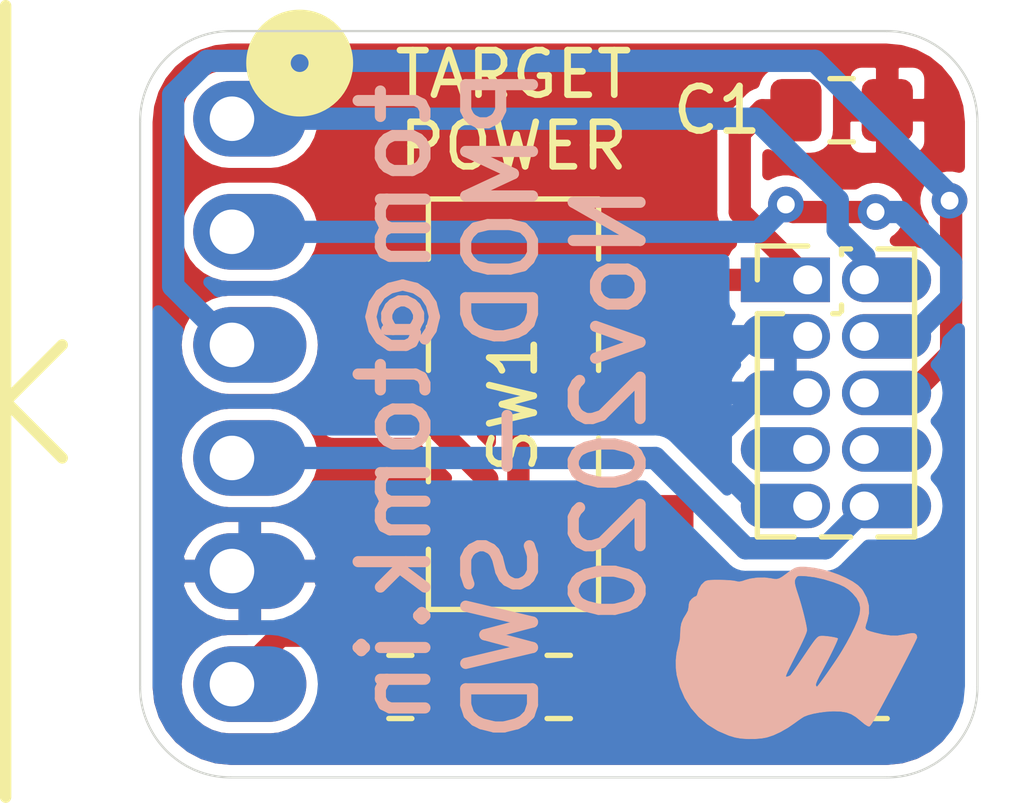
<source format=kicad_pcb>
(kicad_pcb (version 20171130) (host pcbnew 5.1.7-a382d34a8~87~ubuntu20.04.1)

  (general
    (thickness 1.6)
    (drawings 10)
    (tracks 68)
    (zones 0)
    (modules 9)
    (nets 16)
  )

  (page A4)
  (layers
    (0 F.Cu signal)
    (31 B.Cu signal)
    (32 B.Adhes user)
    (33 F.Adhes user)
    (34 B.Paste user)
    (35 F.Paste user)
    (36 B.SilkS user)
    (37 F.SilkS user)
    (38 B.Mask user)
    (39 F.Mask user)
    (40 Dwgs.User user)
    (41 Cmts.User user)
    (42 Eco1.User user)
    (43 Eco2.User user)
    (44 Edge.Cuts user)
    (45 Margin user)
    (46 B.CrtYd user)
    (47 F.CrtYd user)
    (48 B.Fab user)
    (49 F.Fab user)
  )

  (setup
    (last_trace_width 0.5)
    (user_trace_width 0.5)
    (trace_clearance 0.2)
    (zone_clearance 0.508)
    (zone_45_only no)
    (trace_min 0.2)
    (via_size 0.8)
    (via_drill 0.4)
    (via_min_size 0.4)
    (via_min_drill 0.3)
    (uvia_size 0.3)
    (uvia_drill 0.1)
    (uvias_allowed no)
    (uvia_min_size 0.2)
    (uvia_min_drill 0.1)
    (edge_width 0.05)
    (segment_width 0.2)
    (pcb_text_width 0.3)
    (pcb_text_size 1.5 1.5)
    (mod_edge_width 0.12)
    (mod_text_size 1 1)
    (mod_text_width 0.15)
    (pad_size 1.524 1.524)
    (pad_drill 0.762)
    (pad_to_mask_clearance 0)
    (aux_axis_origin 0 0)
    (visible_elements FFFDFF7F)
    (pcbplotparams
      (layerselection 0x010fc_ffffffff)
      (usegerberextensions false)
      (usegerberattributes true)
      (usegerberadvancedattributes true)
      (creategerberjobfile true)
      (excludeedgelayer true)
      (linewidth 0.100000)
      (plotframeref false)
      (viasonmask false)
      (mode 1)
      (useauxorigin false)
      (hpglpennumber 1)
      (hpglpenspeed 20)
      (hpglpendiameter 15.000000)
      (psnegative false)
      (psa4output false)
      (plotreference true)
      (plotvalue true)
      (plotinvisibletext false)
      (padsonsilk false)
      (subtractmaskfromsilk false)
      (outputformat 1)
      (mirror false)
      (drillshape 1)
      (scaleselection 1)
      (outputdirectory ""))
  )

  (net 0 "")
  (net 1 GND)
  (net 2 +3V3)
  (net 3 "Net-(D1-Pad1)")
  (net 4 VCC)
  (net 5 "Net-(D2-Pad1)")
  (net 6 !RESET)
  (net 7 SWO)
  (net 8 SWDCLK)
  (net 9 SWDIO)
  (net 10 "Net-(J2-Pad8)")
  (net 11 "Net-(J2-Pad7)")
  (net 12 "Net-(SW1-Pad1)")
  (net 13 "Net-(SW1-Pad6)")
  (net 14 "Net-(SW1-Pad5)")
  (net 15 "Net-(SW1-Pad4)")

  (net_class Default "This is the default net class."
    (clearance 0.2)
    (trace_width 0.25)
    (via_dia 0.8)
    (via_drill 0.4)
    (uvia_dia 0.3)
    (uvia_drill 0.1)
    (add_net !RESET)
    (add_net +3V3)
    (add_net GND)
    (add_net "Net-(D1-Pad1)")
    (add_net "Net-(D2-Pad1)")
    (add_net "Net-(J2-Pad7)")
    (add_net "Net-(J2-Pad8)")
    (add_net "Net-(SW1-Pad1)")
    (add_net "Net-(SW1-Pad4)")
    (add_net "Net-(SW1-Pad5)")
    (add_net "Net-(SW1-Pad6)")
    (add_net SWDCLK)
    (add_net SWDIO)
    (add_net SWO)
    (add_net VCC)
  )

  (module tom-mechanical:mask (layer B.Cu) (tedit 0) (tstamp 5FBB1A77)
    (at 155.194 83.82 270)
    (fp_text reference G*** (at 0 0 270) (layer B.SilkS) hide
      (effects (font (size 1.524 1.524) (thickness 0.3)) (justify mirror))
    )
    (fp_text value LOGO (at 0.75 0 270) (layer B.SilkS) hide
      (effects (font (size 1.524 1.524) (thickness 0.3)) (justify mirror))
    )
    (fp_poly (pts (xy 0.339584 2.701722) (xy 0.498137 2.682104) (xy 0.763936 2.611067) (xy 1.010323 2.503749)
      (xy 1.234482 2.362782) (xy 1.433597 2.1908) (xy 1.604855 1.990436) (xy 1.745439 1.764321)
      (xy 1.852535 1.515089) (xy 1.89428 1.37636) (xy 1.917264 1.246884) (xy 1.92824 1.092992)
      (xy 1.927218 0.930861) (xy 1.914208 0.776669) (xy 1.893882 0.664552) (xy 1.845399 0.517626)
      (xy 1.77024 0.354999) (xy 1.674267 0.188051) (xy 1.571848 0.039389) (xy 1.516243 -0.036752)
      (xy 1.467209 -0.107853) (xy 1.433144 -0.161616) (xy 1.426953 -0.172809) (xy 1.392081 -0.261348)
      (xy 1.360532 -0.380633) (xy 1.334384 -0.519094) (xy 1.315712 -0.665159) (xy 1.306593 -0.80726)
      (xy 1.306031 -0.846667) (xy 1.311688 -1.000001) (xy 1.332005 -1.124543) (xy 1.371462 -1.232589)
      (xy 1.434539 -1.336438) (xy 1.524902 -1.447471) (xy 1.597249 -1.535149) (xy 1.637948 -1.599286)
      (xy 1.646875 -1.635186) (xy 1.636971 -1.649682) (xy 1.608922 -1.672327) (xy 1.56033 -1.704486)
      (xy 1.488797 -1.747523) (xy 1.391924 -1.802805) (xy 1.267311 -1.871695) (xy 1.112561 -1.955558)
      (xy 0.925274 -2.05576) (xy 0.703051 -2.173665) (xy 0.66675 -2.192859) (xy 0.478269 -2.292069)
      (xy 0.30016 -2.385023) (xy 0.136096 -2.46986) (xy -0.010254 -2.544719) (xy -0.135218 -2.60774)
      (xy -0.235126 -2.65706) (xy -0.306305 -2.69082) (xy -0.345085 -2.707158) (xy -0.350308 -2.708416)
      (xy -0.398512 -2.697482) (xy -0.4191 -2.683933) (xy -0.437363 -2.65386) (xy -0.442857 -2.607672)
      (xy -0.435339 -2.53772) (xy -0.414564 -2.436353) (xy -0.410674 -2.419605) (xy -0.388109 -2.271749)
      (xy -0.388997 -2.113429) (xy -0.413896 -1.936382) (xy -0.455135 -1.762125) (xy -0.483535 -1.659812)
      (xy -0.50772 -1.593234) (xy -0.535367 -1.557498) (xy -0.574155 -1.547711) (xy -0.631759 -1.55898)
      (xy -0.715857 -1.58641) (xy -0.725626 -1.589721) (xy -0.898583 -1.626983) (xy -1.070695 -1.622653)
      (xy -1.238279 -1.577377) (xy -1.397655 -1.491802) (xy -1.434346 -1.465285) (xy -1.519251 -1.381058)
      (xy -1.603198 -1.26184) (xy -1.683384 -1.114931) (xy -1.757007 -0.947633) (xy -1.821265 -0.767247)
      (xy -1.873355 -0.581074) (xy -1.910474 -0.396416) (xy -1.929821 -0.220574) (xy -1.931765 -0.169333)
      (xy -1.931675 -0.08797) (xy -1.929742 -0.069613) (xy -1.734827 -0.069613) (xy -1.734342 -0.128239)
      (xy -1.729038 -0.219386) (xy -1.728985 -0.220201) (xy -1.705014 -0.411058) (xy -1.658526 -0.620431)
      (xy -1.593208 -0.833587) (xy -1.541344 -0.969746) (xy -1.489048 -1.079702) (xy -1.427563 -1.170875)
      (xy -1.34551 -1.261362) (xy -1.233833 -1.357203) (xy -1.123371 -1.415399) (xy -1.007097 -1.437229)
      (xy -0.877984 -1.423971) (xy -0.729007 -1.376903) (xy -0.723193 -1.374598) (xy -0.571711 -1.30838)
      (xy -0.399304 -1.22335) (xy -0.218774 -1.126278) (xy -0.042921 -1.023936) (xy 0.053939 -0.963513)
      (xy 0.147752 -0.902118) (xy 0.251174 -0.832572) (xy 0.358442 -0.758963) (xy 0.463792 -0.685382)
      (xy 0.561463 -0.615918) (xy 0.645691 -0.55466) (xy 0.710713 -0.505697) (xy 0.750766 -0.473119)
      (xy 0.760965 -0.461801) (xy 0.744612 -0.444457) (xy 0.722262 -0.43474) (xy 0.684681 -0.440101)
      (xy 0.612487 -0.468768) (xy 0.506243 -0.52049) (xy 0.378303 -0.58855) (xy 0.25714 -0.653634)
      (xy 0.133683 -0.717832) (xy 0.013795 -0.778321) (xy -0.096666 -0.832278) (xy -0.191838 -0.876881)
      (xy -0.265861 -0.909309) (xy -0.312875 -0.926737) (xy -0.32694 -0.92821) (xy -0.338405 -0.898305)
      (xy -0.351596 -0.839209) (xy -0.364407 -0.763893) (xy -0.374731 -0.685326) (xy -0.380464 -0.616477)
      (xy -0.381 -0.595314) (xy -0.38077 -0.558971) (xy -0.377512 -0.52852) (xy -0.367373 -0.500388)
      (xy -0.346501 -0.470997) (xy -0.311042 -0.436772) (xy -0.257143 -0.394137) (xy -0.180953 -0.339517)
      (xy -0.078619 -0.269336) (xy 0.053713 -0.180018) (xy 0.100183 -0.148724) (xy 0.213893 -0.071643)
      (xy 0.316043 -0.001461) (xy 0.401269 0.058061) (xy 0.464208 0.103161) (xy 0.499493 0.130076)
      (xy 0.504723 0.134983) (xy 0.523731 0.172989) (xy 0.536263 0.213088) (xy 0.537879 0.228243)
      (xy 0.531336 0.236091) (xy 0.512587 0.23498) (xy 0.477584 0.223259) (xy 0.422281 0.199275)
      (xy 0.34263 0.161377) (xy 0.234583 0.107914) (xy 0.094094 0.037233) (xy 0.047057 0.013457)
      (xy -0.128163 -0.074055) (xy -0.268685 -0.14171) (xy -0.376675 -0.190463) (xy -0.454301 -0.221271)
      (xy -0.503726 -0.235091) (xy -0.517759 -0.235995) (xy -0.589766 -0.226058) (xy -0.692617 -0.205524)
      (xy -0.816854 -0.176759) (xy -0.953022 -0.142131) (xy -1.091663 -0.104004) (xy -1.223321 -0.064747)
      (xy -1.296915 -0.041005) (xy -1.4187 -0.001332) (xy -1.50828 0.024397) (xy -1.573094 0.037093)
      (xy -1.620577 0.037668) (xy -1.658168 0.027033) (xy -1.69154 0.007341) (xy -1.715009 -0.011443)
      (xy -1.728911 -0.033887) (xy -1.734827 -0.069613) (xy -1.929742 -0.069613) (xy -1.925014 -0.024735)
      (xy -1.90747 0.031295) (xy -1.87473 0.091041) (xy -1.822481 0.165424) (xy -1.7746 0.228641)
      (xy -1.712335 0.314038) (xy -1.674948 0.379577) (xy -1.65876 0.436652) (xy -1.660091 0.496658)
      (xy -1.670509 0.551025) (xy -1.691629 0.706429) (xy -1.690029 0.875152) (xy -1.666701 1.038101)
      (xy -1.6404 1.131749) (xy -1.613539 1.213059) (xy -1.601294 1.26975) (xy -1.601972 1.316267)
      (xy -1.613161 1.364582) (xy -1.622793 1.418665) (xy -1.630889 1.503618) (xy -1.636622 1.60798)
      (xy -1.639165 1.720293) (xy -1.63919 1.725083) (xy -1.63888 1.842585) (xy -1.636098 1.926035)
      (xy -1.629901 1.983686) (xy -1.619349 2.023792) (xy -1.603498 2.054605) (xy -1.601185 2.058086)
      (xy -1.527602 2.133386) (xy -1.427931 2.189423) (xy -1.349375 2.212495) (xy -1.29293 2.230701)
      (xy -1.270131 2.256065) (xy -1.27 2.258234) (xy -1.255963 2.291892) (xy -1.220993 2.337585)
      (xy -1.208128 2.351128) (xy -1.153848 2.394213) (xy -1.093913 2.41129) (xy -1.054292 2.413)
      (xy -0.952927 2.430231) (xy -0.882158 2.467477) (xy -0.769145 2.536317) (xy -0.666253 2.578214)
      (xy -0.556316 2.598589) (xy -0.453105 2.603035) (xy -0.299272 2.613069) (xy -0.168151 2.643797)
      (xy -0.156772 2.647715) (xy -0.009145 2.684881) (xy 0.161419 2.703152) (xy 0.339584 2.701722)) (layer B.SilkS) (width 0.01))
  )

  (module tom-mechanical:SW_DPDT_SMD (layer F.Cu) (tedit 5FBAF509) (tstamp 5FBB0F47)
    (at 148.844 78.232 90)
    (descr "Sub-miniature slide switch, vertical, SMT J bend https://dznh3ojzb2azq.cloudfront.net/products/Slide/JS/documents/datasheet.pdf")
    (tags "switch DPDT SMT")
    (path /5FBDEFFC)
    (attr smd)
    (fp_text reference SW1 (at 0 0 90) (layer F.SilkS)
      (effects (font (size 1 1) (thickness 0.15)))
    )
    (fp_text value SW_DPDT_x2 (at 0 3.15 90) (layer F.Fab)
      (effects (font (size 1 1) (thickness 0.15)))
    )
    (fp_text user %R (at 0 -3.05 90) (layer F.Fab)
      (effects (font (size 1 1) (thickness 0.15)))
    )
    (fp_line (start -4.5 -1.8) (end 4.5 -1.8) (layer F.Fab) (width 0.1))
    (fp_line (start 4.5 -1.8) (end 4.5 1.8) (layer F.Fab) (width 0.1))
    (fp_line (start 4.5 1.8) (end -4.5 1.8) (layer F.Fab) (width 0.1))
    (fp_line (start -4.5 1.8) (end -4.5 -1.8) (layer F.Fab) (width 0.1))
    (fp_line (start 4.61 -1.91) (end 4.61 1.91) (layer F.SilkS) (width 0.12))
    (fp_line (start -3.26 -1.91) (end -4.61 -1.91) (layer F.SilkS) (width 0.12))
    (fp_line (start -4.61 -1.91) (end -4.61 1.91) (layer F.SilkS) (width 0.12))
    (fp_line (start -4.61 1.91) (end -3.26 1.91) (layer F.SilkS) (width 0.12))
    (fp_line (start -0.76 -1.91) (end -1.74 -1.91) (layer F.SilkS) (width 0.12))
    (fp_line (start 4.61 -1.91) (end 3.26 -1.91) (layer F.SilkS) (width 0.12))
    (fp_line (start 4.61 1.91) (end 3.26 1.91) (layer F.SilkS) (width 0.12))
    (fp_line (start 1.74 -1.91) (end 0.76 -1.91) (layer F.SilkS) (width 0.12))
    (fp_line (start -0.76 1.91) (end -1.74 1.91) (layer F.SilkS) (width 0.12))
    (fp_line (start 1.74 1.91) (end 0.76 1.91) (layer F.SilkS) (width 0.12))
    (fp_line (start -1.75 -0.75) (end 1.75 -0.75) (layer F.Fab) (width 0.1))
    (fp_line (start 1.75 -0.75) (end 1.75 0.75) (layer F.Fab) (width 0.1))
    (fp_line (start 1.75 0.75) (end -1.75 0.75) (layer F.Fab) (width 0.1))
    (fp_line (start -1.75 -0.75) (end -1.75 0.75) (layer F.Fab) (width 0.1))
    (fp_line (start -0.25 -0.75) (end -0.25 0.75) (layer F.Fab) (width 0.1))
    (fp_line (start -5.08 0) (end -5.08 -2.286) (layer F.CrtYd) (width 0.12))
    (fp_line (start -5.08 -2.286) (end -3.556 -2.286) (layer F.CrtYd) (width 0.12))
    (fp_line (start -3.556 -2.286) (end -3.556 -4.064) (layer F.CrtYd) (width 0.12))
    (fp_line (start -3.556 -4.064) (end 3.556 -4.064) (layer F.CrtYd) (width 0.12))
    (fp_line (start 3.556 -4.064) (end 3.556 -2.286) (layer F.CrtYd) (width 0.12))
    (fp_line (start 3.556 -2.286) (end 5.08 -2.286) (layer F.CrtYd) (width 0.12))
    (fp_line (start 5.08 -2.286) (end 5.08 2.286) (layer F.CrtYd) (width 0.12))
    (fp_line (start 5.08 2.286) (end 3.556 2.286) (layer F.CrtYd) (width 0.12))
    (fp_line (start 3.556 2.286) (end 3.556 4.064) (layer F.CrtYd) (width 0.12))
    (fp_line (start 3.556 4.064) (end -3.556 4.064) (layer F.CrtYd) (width 0.12))
    (fp_line (start -3.556 4.064) (end -3.556 2.286) (layer F.CrtYd) (width 0.12))
    (fp_line (start -3.556 2.286) (end -5.08 2.286) (layer F.CrtYd) (width 0.12))
    (fp_line (start -5.08 2.286) (end -5.08 0) (layer F.CrtYd) (width 0.12))
    (pad 3 smd rect (at 2.55 -2.54 90) (size 1 3) (layers F.Cu F.Paste F.Mask)
      (net 4 VCC))
    (pad 2 smd rect (at 0 -2.54 90) (size 1 3) (layers F.Cu F.Paste F.Mask)
      (net 2 +3V3))
    (pad 1 smd rect (at -2.54 -2.54 90) (size 1 3) (layers F.Cu F.Paste F.Mask)
      (net 12 "Net-(SW1-Pad1)"))
    (pad 6 smd rect (at 2.54 2.54 90) (size 1 3) (layers F.Cu F.Paste F.Mask)
      (net 13 "Net-(SW1-Pad6)"))
    (pad 5 smd rect (at 0 2.54 90) (size 1 3) (layers F.Cu F.Paste F.Mask)
      (net 14 "Net-(SW1-Pad5)"))
    (pad 4 smd rect (at -2.54 2.54 90) (size 1 3) (layers F.Cu F.Paste F.Mask)
      (net 15 "Net-(SW1-Pad4)"))
    (model ${KISYS3DMOD}/Button_Switch_SMD.3dshapes/SW_DPDT_CK_JS202011JCQN.wrl
      (at (xyz 0 0 0))
      (scale (xyz 1 1 1))
      (rotate (xyz 0 0 0))
    )
  )

  (module tom-passives:R_0805_2012Metric (layer F.Cu) (tedit 5B36C52B) (tstamp 5FBAFF0D)
    (at 153.416 84.582 180)
    (descr "Resistor SMD 0805 (2012 Metric), square (rectangular) end terminal, IPC_7351 nominal, (Body size source: https://docs.google.com/spreadsheets/d/1BsfQQcO9C6DZCsRaXUlFlo91Tg2WpOkGARC1WS5S8t0/edit?usp=sharing), generated with kicad-footprint-generator")
    (tags resistor)
    (path /5FBC51F9)
    (attr smd)
    (fp_text reference R2 (at 0 -1.65) (layer F.SilkS) hide
      (effects (font (size 1 1) (thickness 0.15)))
    )
    (fp_text value 1k (at 0 1.65) (layer F.Fab) hide
      (effects (font (size 1 1) (thickness 0.15)))
    )
    (fp_text user %R (at 0 0) (layer F.Fab) hide
      (effects (font (size 0.5 0.5) (thickness 0.08)))
    )
    (fp_line (start 1.68 0.95) (end -1.68 0.95) (layer F.CrtYd) (width 0.05))
    (fp_line (start 1.68 -0.95) (end 1.68 0.95) (layer F.CrtYd) (width 0.05))
    (fp_line (start -1.68 -0.95) (end 1.68 -0.95) (layer F.CrtYd) (width 0.05))
    (fp_line (start -1.68 0.95) (end -1.68 -0.95) (layer F.CrtYd) (width 0.05))
    (fp_line (start -0.258578 0.71) (end 0.258578 0.71) (layer F.SilkS) (width 0.12))
    (fp_line (start -0.258578 -0.71) (end 0.258578 -0.71) (layer F.SilkS) (width 0.12))
    (fp_line (start 1 0.6) (end -1 0.6) (layer F.Fab) (width 0.1))
    (fp_line (start 1 -0.6) (end 1 0.6) (layer F.Fab) (width 0.1))
    (fp_line (start -1 -0.6) (end 1 -0.6) (layer F.Fab) (width 0.1))
    (fp_line (start -1 0.6) (end -1 -0.6) (layer F.Fab) (width 0.1))
    (pad 2 smd roundrect (at 0.9375 0 180) (size 0.975 1.4) (layers F.Cu F.Paste F.Mask) (roundrect_rratio 0.25)
      (net 1 GND))
    (pad 1 smd roundrect (at -0.9375 0 180) (size 0.975 1.4) (layers F.Cu F.Paste F.Mask) (roundrect_rratio 0.25)
      (net 5 "Net-(D2-Pad1)"))
    (model ${KISYS3DMOD}/Resistor_SMD.3dshapes/R_0805_2012Metric.wrl
      (at (xyz 0 0 0))
      (scale (xyz 1 1 1))
      (rotate (xyz 0 0 0))
    )
  )

  (module tom-passives:R_0805_2012Metric (layer F.Cu) (tedit 5B36C52B) (tstamp 5FBAFEFC)
    (at 146.304 84.582 180)
    (descr "Resistor SMD 0805 (2012 Metric), square (rectangular) end terminal, IPC_7351 nominal, (Body size source: https://docs.google.com/spreadsheets/d/1BsfQQcO9C6DZCsRaXUlFlo91Tg2WpOkGARC1WS5S8t0/edit?usp=sharing), generated with kicad-footprint-generator")
    (tags resistor)
    (path /5FBB12ED)
    (attr smd)
    (fp_text reference R1 (at 0 -1.65) (layer F.SilkS) hide
      (effects (font (size 1 1) (thickness 0.15)))
    )
    (fp_text value 1k (at 0 1.65) (layer F.Fab) hide
      (effects (font (size 1 1) (thickness 0.15)))
    )
    (fp_text user %R (at 0 0) (layer F.Fab) hide
      (effects (font (size 0.5 0.5) (thickness 0.08)))
    )
    (fp_line (start 1.68 0.95) (end -1.68 0.95) (layer F.CrtYd) (width 0.05))
    (fp_line (start 1.68 -0.95) (end 1.68 0.95) (layer F.CrtYd) (width 0.05))
    (fp_line (start -1.68 -0.95) (end 1.68 -0.95) (layer F.CrtYd) (width 0.05))
    (fp_line (start -1.68 0.95) (end -1.68 -0.95) (layer F.CrtYd) (width 0.05))
    (fp_line (start -0.258578 0.71) (end 0.258578 0.71) (layer F.SilkS) (width 0.12))
    (fp_line (start -0.258578 -0.71) (end 0.258578 -0.71) (layer F.SilkS) (width 0.12))
    (fp_line (start 1 0.6) (end -1 0.6) (layer F.Fab) (width 0.1))
    (fp_line (start 1 -0.6) (end 1 0.6) (layer F.Fab) (width 0.1))
    (fp_line (start -1 -0.6) (end 1 -0.6) (layer F.Fab) (width 0.1))
    (fp_line (start -1 0.6) (end -1 -0.6) (layer F.Fab) (width 0.1))
    (pad 2 smd roundrect (at 0.9375 0 180) (size 0.975 1.4) (layers F.Cu F.Paste F.Mask) (roundrect_rratio 0.25)
      (net 1 GND))
    (pad 1 smd roundrect (at -0.9375 0 180) (size 0.975 1.4) (layers F.Cu F.Paste F.Mask) (roundrect_rratio 0.25)
      (net 3 "Net-(D1-Pad1)"))
    (model ${KISYS3DMOD}/Resistor_SMD.3dshapes/R_0805_2012Metric.wrl
      (at (xyz 0 0 0))
      (scale (xyz 1 1 1))
      (rotate (xyz 0 0 0))
    )
  )

  (module tom-connectors:PinHeader_2x05_P1.27mm_Vertical (layer F.Cu) (tedit 5FBAF1C4) (tstamp 5FBB1051)
    (at 155.448 75.438)
    (descr "Through hole straight pin header, 2x05, 1.27mm pitch, double rows")
    (tags "Through hole pin header THT 2x05 1.27mm double row")
    (path /5FBC1734)
    (fp_text reference J2 (at 0.635 -1.695) (layer F.SilkS) hide
      (effects (font (size 1 1) (thickness 0.15)))
    )
    (fp_text value SWD (at 0.635 6.775) (layer F.Fab) hide
      (effects (font (size 1 1) (thickness 0.15)))
    )
    (fp_text user %R (at 0.635 2.54 90) (layer F.Fab) hide
      (effects (font (size 1 1) (thickness 0.15)))
    )
    (fp_line (start -0.2175 -0.635) (end 2.34 -0.635) (layer F.Fab) (width 0.1))
    (fp_line (start 2.34 -0.635) (end 2.34 5.715) (layer F.Fab) (width 0.1))
    (fp_line (start 2.34 5.715) (end -1.07 5.715) (layer F.Fab) (width 0.1))
    (fp_line (start -1.07 5.715) (end -1.07 0.2175) (layer F.Fab) (width 0.1))
    (fp_line (start -1.07 0.2175) (end -0.2175 -0.635) (layer F.Fab) (width 0.1))
    (fp_line (start -1.13 5.775) (end -0.30753 5.775) (layer F.SilkS) (width 0.12))
    (fp_line (start 1.57753 5.775) (end 2.4 5.775) (layer F.SilkS) (width 0.12))
    (fp_line (start 0.30753 5.775) (end 0.96247 5.775) (layer F.SilkS) (width 0.12))
    (fp_line (start -1.13 0.76) (end -1.13 5.775) (layer F.SilkS) (width 0.12))
    (fp_line (start 2.4 -0.695) (end 2.4 5.775) (layer F.SilkS) (width 0.12))
    (fp_line (start -1.13 0.76) (end -0.563471 0.76) (layer F.SilkS) (width 0.12))
    (fp_line (start 0.563471 0.76) (end 0.706529 0.76) (layer F.SilkS) (width 0.12))
    (fp_line (start 0.76 0.706529) (end 0.76 0.563471) (layer F.SilkS) (width 0.12))
    (fp_line (start 0.76 -0.563471) (end 0.76 -0.695) (layer F.SilkS) (width 0.12))
    (fp_line (start 0.76 -0.695) (end 0.96247 -0.695) (layer F.SilkS) (width 0.12))
    (fp_line (start 1.57753 -0.695) (end 2.4 -0.695) (layer F.SilkS) (width 0.12))
    (fp_line (start -1.13 0) (end -1.13 -0.76) (layer F.SilkS) (width 0.12))
    (fp_line (start -1.13 -0.76) (end 0 -0.76) (layer F.SilkS) (width 0.12))
    (fp_line (start -1.6 -1.15) (end -1.6 6.25) (layer F.CrtYd) (width 0.05))
    (fp_line (start -1.6 6.25) (end 2.85 6.25) (layer F.CrtYd) (width 0.05))
    (fp_line (start 2.85 6.25) (end 2.85 -1.15) (layer F.CrtYd) (width 0.05))
    (fp_line (start 2.85 -1.15) (end -1.6 -1.15) (layer F.CrtYd) (width 0.05))
    (pad 10 thru_hole oval (at 1.27 5.08) (size 2 1) (drill 0.65 (offset 0.5 0)) (layers *.Cu *.Mask)
      (net 6 !RESET))
    (pad 9 thru_hole oval (at 0 5.08) (size 2 1) (drill 0.65 (offset -0.5 0)) (layers *.Cu *.Mask)
      (net 1 GND))
    (pad 8 thru_hole oval (at 1.27 3.81) (size 2 1) (drill 0.65 (offset 0.5 0)) (layers *.Cu *.Mask)
      (net 10 "Net-(J2-Pad8)"))
    (pad 7 thru_hole oval (at 0 3.81) (size 2 1) (drill 0.65 (offset -0.5 0)) (layers *.Cu *.Mask)
      (net 11 "Net-(J2-Pad7)"))
    (pad 6 thru_hole oval (at 1.27 2.54) (size 2 1) (drill 0.65 (offset 0.5 0)) (layers *.Cu *.Mask)
      (net 7 SWO))
    (pad 5 thru_hole oval (at 0 2.54) (size 2 1) (drill 0.65 (offset -0.5 0)) (layers *.Cu *.Mask)
      (net 1 GND))
    (pad 4 thru_hole oval (at 1.27 1.27) (size 2 1) (drill 0.65 (offset 0.5 0)) (layers *.Cu *.Mask)
      (net 8 SWDCLK))
    (pad 3 thru_hole oval (at 0 1.27) (size 2 1) (drill 0.65 (offset -0.5 0)) (layers *.Cu *.Mask)
      (net 1 GND))
    (pad 2 thru_hole oval (at 1.27 0) (size 2 1) (drill 0.65 (offset 0.5 0)) (layers *.Cu *.Mask)
      (net 9 SWDIO))
    (pad 1 thru_hole rect (at 0 0) (size 2 1) (drill 0.65 (offset -0.5 0)) (layers *.Cu *.Mask)
      (net 4 VCC))
    (model ${KISYS3DMOD}/Connector_PinHeader_1.27mm.3dshapes/PinHeader_2x05_P1.27mm_Vertical.wrl
      (at (xyz 0 0 0))
      (scale (xyz 1 1 1))
      (rotate (xyz 0 0 0))
    )
  )

  (module tom-connectors:PMOD_1X6_PTH_RA_PLUG (layer F.Cu) (tedit 5D668F7F) (tstamp 5FBAFEC6)
    (at 143.794 78.169 270)
    (path /5FBAED58)
    (attr smd)
    (fp_text reference J1 (at 0 3 90) (layer F.SilkS) hide
      (effects (font (size 1 1) (thickness 0.15)))
    )
    (fp_text value PMOD (at -0.25 4.5 90) (layer F.SilkS) hide
      (effects (font (size 1 1) (thickness 0.15)))
    )
    (fp_circle (center -7.6 -0.25) (end -7.4 -0.25) (layer F.SilkS) (width 1))
    (fp_line (start 0 6.35) (end -1.27 5.08) (layer F.SilkS) (width 0.254))
    (fp_line (start 1.27 5.08) (end 0 6.35) (layer F.SilkS) (width 0.254))
    (fp_line (start 0 6.35) (end -8.89 6.35) (layer F.SilkS) (width 0.254))
    (fp_line (start 8.89 6.35) (end 0 6.35) (layer F.SilkS) (width 0.254))
    (pad 6 thru_hole oval (at 6.35 1.27 180) (size 2.54 1.7) (drill 1 (offset -0.4 0)) (layers *.Cu *.Mask)
      (net 2 +3V3))
    (pad 5 thru_hole oval (at 3.81 1.27 180) (size 2.54 1.7) (drill 1 (offset -0.4 0)) (layers *.Cu *.Mask)
      (net 1 GND))
    (pad 4 thru_hole oval (at 1.27 1.27 180) (size 2.54 1.7) (drill 1 (offset -0.4 0)) (layers *.Cu *.Mask)
      (net 6 !RESET))
    (pad 3 thru_hole oval (at -1.27 1.27 180) (size 2.54 1.7) (drill 1 (offset -0.4 0)) (layers *.Cu *.Mask)
      (net 7 SWO))
    (pad 2 thru_hole oval (at -3.81 1.27 180) (size 2.54 1.7) (drill 1 (offset -0.4 0)) (layers *.Cu *.Mask)
      (net 8 SWDCLK))
    (pad 1 thru_hole oval (at -6.35 1.27 180) (size 2.54 1.7) (drill 1 (offset -0.4 0)) (layers *.Cu *.Mask)
      (net 9 SWDIO))
  )

  (module tom-passives:C_0805_2012Metric_Pad1.15x1.40mm_HandSolder (layer F.Cu) (tedit 5B36C52B) (tstamp 5FBAFEB7)
    (at 156.972 84.582)
    (descr "Capacitor SMD 0805 (2012 Metric), square (rectangular) end terminal, IPC_7351 nominal with elongated pad for handsoldering. (Body size source: https://docs.google.com/spreadsheets/d/1BsfQQcO9C6DZCsRaXUlFlo91Tg2WpOkGARC1WS5S8t0/edit?usp=sharing), generated with kicad-footprint-generator")
    (tags "capacitor handsolder")
    (path /5FBC50F9)
    (attr smd)
    (fp_text reference D2 (at 0 -1.65) (layer F.SilkS) hide
      (effects (font (size 1 1) (thickness 0.15)))
    )
    (fp_text value LED (at 0 1.65) (layer F.Fab) hide
      (effects (font (size 1 1) (thickness 0.15)))
    )
    (fp_text user %R (at 0 0) (layer F.Fab) hide
      (effects (font (size 0.5 0.5) (thickness 0.08)))
    )
    (fp_line (start -1 0.6) (end -1 -0.6) (layer F.Fab) (width 0.1))
    (fp_line (start -1 -0.6) (end 1 -0.6) (layer F.Fab) (width 0.1))
    (fp_line (start 1 -0.6) (end 1 0.6) (layer F.Fab) (width 0.1))
    (fp_line (start 1 0.6) (end -1 0.6) (layer F.Fab) (width 0.1))
    (fp_line (start -0.261252 -0.71) (end 0.261252 -0.71) (layer F.SilkS) (width 0.12))
    (fp_line (start -0.261252 0.71) (end 0.261252 0.71) (layer F.SilkS) (width 0.12))
    (fp_line (start -1.85 0.95) (end -1.85 -0.95) (layer F.CrtYd) (width 0.05))
    (fp_line (start -1.85 -0.95) (end 1.85 -0.95) (layer F.CrtYd) (width 0.05))
    (fp_line (start 1.85 -0.95) (end 1.85 0.95) (layer F.CrtYd) (width 0.05))
    (fp_line (start 1.85 0.95) (end -1.85 0.95) (layer F.CrtYd) (width 0.05))
    (pad 2 smd roundrect (at 1.025 0) (size 1.15 1.4) (layers F.Cu F.Paste F.Mask) (roundrect_rratio 0.217391)
      (net 4 VCC))
    (pad 1 smd roundrect (at -1.025 0) (size 1.15 1.4) (layers F.Cu F.Paste F.Mask) (roundrect_rratio 0.217391)
      (net 5 "Net-(D2-Pad1)"))
    (model ${KISYS3DMOD}/Capacitor_SMD.3dshapes/C_0805_2012Metric.wrl
      (at (xyz 0 0 0))
      (scale (xyz 1 1 1))
      (rotate (xyz 0 0 0))
    )
  )

  (module tom-passives:C_0805_2012Metric_Pad1.15x1.40mm_HandSolder (layer F.Cu) (tedit 5B36C52B) (tstamp 5FBAFEA6)
    (at 149.86 84.582)
    (descr "Capacitor SMD 0805 (2012 Metric), square (rectangular) end terminal, IPC_7351 nominal with elongated pad for handsoldering. (Body size source: https://docs.google.com/spreadsheets/d/1BsfQQcO9C6DZCsRaXUlFlo91Tg2WpOkGARC1WS5S8t0/edit?usp=sharing), generated with kicad-footprint-generator")
    (tags "capacitor handsolder")
    (path /5FBB0404)
    (attr smd)
    (fp_text reference D1 (at 0 1.524) (layer F.SilkS) hide
      (effects (font (size 1 1) (thickness 0.15)))
    )
    (fp_text value LED (at 0 1.65) (layer F.Fab) hide
      (effects (font (size 1 1) (thickness 0.15)))
    )
    (fp_text user %R (at 0 0) (layer F.Fab) hide
      (effects (font (size 0.5 0.5) (thickness 0.08)))
    )
    (fp_line (start -1 0.6) (end -1 -0.6) (layer F.Fab) (width 0.1))
    (fp_line (start -1 -0.6) (end 1 -0.6) (layer F.Fab) (width 0.1))
    (fp_line (start 1 -0.6) (end 1 0.6) (layer F.Fab) (width 0.1))
    (fp_line (start 1 0.6) (end -1 0.6) (layer F.Fab) (width 0.1))
    (fp_line (start -0.261252 -0.71) (end 0.261252 -0.71) (layer F.SilkS) (width 0.12))
    (fp_line (start -0.261252 0.71) (end 0.261252 0.71) (layer F.SilkS) (width 0.12))
    (fp_line (start -1.85 0.95) (end -1.85 -0.95) (layer F.CrtYd) (width 0.05))
    (fp_line (start -1.85 -0.95) (end 1.85 -0.95) (layer F.CrtYd) (width 0.05))
    (fp_line (start 1.85 -0.95) (end 1.85 0.95) (layer F.CrtYd) (width 0.05))
    (fp_line (start 1.85 0.95) (end -1.85 0.95) (layer F.CrtYd) (width 0.05))
    (pad 2 smd roundrect (at 1.025 0) (size 1.15 1.4) (layers F.Cu F.Paste F.Mask) (roundrect_rratio 0.217391)
      (net 2 +3V3))
    (pad 1 smd roundrect (at -1.025 0) (size 1.15 1.4) (layers F.Cu F.Paste F.Mask) (roundrect_rratio 0.217391)
      (net 3 "Net-(D1-Pad1)"))
    (model ${KISYS3DMOD}/Capacitor_SMD.3dshapes/C_0805_2012Metric.wrl
      (at (xyz 0 0 0))
      (scale (xyz 1 1 1))
      (rotate (xyz 0 0 0))
    )
  )

  (module tom-passives:C_0805_2012Metric_Pad1.15x1.40mm_HandSolder (layer F.Cu) (tedit 5B36C52B) (tstamp 5FBB13B8)
    (at 156.21 71.628)
    (descr "Capacitor SMD 0805 (2012 Metric), square (rectangular) end terminal, IPC_7351 nominal with elongated pad for handsoldering. (Body size source: https://docs.google.com/spreadsheets/d/1BsfQQcO9C6DZCsRaXUlFlo91Tg2WpOkGARC1WS5S8t0/edit?usp=sharing), generated with kicad-footprint-generator")
    (tags "capacitor handsolder")
    (path /5FBB2EA3)
    (attr smd)
    (fp_text reference C1 (at -2.794 0) (layer F.SilkS)
      (effects (font (size 1 1) (thickness 0.15)))
    )
    (fp_text value 10uF/6.3V (at 0 1.65) (layer F.Fab)
      (effects (font (size 1 1) (thickness 0.15)))
    )
    (fp_text user %R (at 0 0) (layer F.Fab)
      (effects (font (size 0.5 0.5) (thickness 0.08)))
    )
    (fp_line (start -1 0.6) (end -1 -0.6) (layer F.Fab) (width 0.1))
    (fp_line (start -1 -0.6) (end 1 -0.6) (layer F.Fab) (width 0.1))
    (fp_line (start 1 -0.6) (end 1 0.6) (layer F.Fab) (width 0.1))
    (fp_line (start 1 0.6) (end -1 0.6) (layer F.Fab) (width 0.1))
    (fp_line (start -0.261252 -0.71) (end 0.261252 -0.71) (layer F.SilkS) (width 0.12))
    (fp_line (start -0.261252 0.71) (end 0.261252 0.71) (layer F.SilkS) (width 0.12))
    (fp_line (start -1.85 0.95) (end -1.85 -0.95) (layer F.CrtYd) (width 0.05))
    (fp_line (start -1.85 -0.95) (end 1.85 -0.95) (layer F.CrtYd) (width 0.05))
    (fp_line (start 1.85 -0.95) (end 1.85 0.95) (layer F.CrtYd) (width 0.05))
    (fp_line (start 1.85 0.95) (end -1.85 0.95) (layer F.CrtYd) (width 0.05))
    (pad 2 smd roundrect (at 1.025 0) (size 1.15 1.4) (layers F.Cu F.Paste F.Mask) (roundrect_rratio 0.217391)
      (net 1 GND))
    (pad 1 smd roundrect (at -1.025 0) (size 1.15 1.4) (layers F.Cu F.Paste F.Mask) (roundrect_rratio 0.217391)
      (net 4 VCC))
    (model ${KISYS3DMOD}/Capacitor_SMD.3dshapes/C_0805_2012Metric.wrl
      (at (xyz 0 0 0))
      (scale (xyz 1 1 1))
      (rotate (xyz 0 0 0))
    )
  )

  (gr_text "tom@tomk.in\nPMOD - SWD\nNov2020" (at 148.59 78.232 90) (layer B.SilkS)
    (effects (font (size 1.5 1.5) (thickness 0.25)) (justify mirror))
  )
  (gr_text "TARGET\nPOWER" (at 148.844 71.628) (layer F.SilkS)
    (effects (font (size 1 1) (thickness 0.15)))
  )
  (gr_line (start 140.462 71.882) (end 140.462 84.582) (layer Edge.Cuts) (width 0.05) (tstamp 5FBB1320))
  (gr_line (start 157.226 86.614) (end 142.494 86.614) (layer Edge.Cuts) (width 0.05) (tstamp 5FBB1317))
  (gr_line (start 159.258 71.882) (end 159.258 84.582) (layer Edge.Cuts) (width 0.05) (tstamp 5FBB1316))
  (gr_line (start 142.494 69.85) (end 157.226 69.85) (layer Edge.Cuts) (width 0.05) (tstamp 5FBB1315))
  (gr_arc (start 157.226 84.582) (end 157.226 86.614) (angle -90) (layer Edge.Cuts) (width 0.05))
  (gr_arc (start 157.226 71.882) (end 159.258 71.882) (angle -90) (layer Edge.Cuts) (width 0.05))
  (gr_arc (start 142.494 84.582) (end 140.462 84.582) (angle -90) (layer Edge.Cuts) (width 0.05))
  (gr_arc (start 142.494 71.882) (end 142.494 69.85) (angle -90) (layer Edge.Cuts) (width 0.05))

  (segment (start 154.374483 77.978) (end 155.448 77.978) (width 0.5) (layer B.Cu) (net 1))
  (segment (start 153.49799 79.641507) (end 153.49799 78.854493) (width 0.5) (layer B.Cu) (net 1))
  (segment (start 154.374483 80.518) (end 153.49799 79.641507) (width 0.5) (layer B.Cu) (net 1))
  (segment (start 153.49799 78.854493) (end 154.374483 77.978) (width 0.5) (layer B.Cu) (net 1))
  (segment (start 155.448 80.518) (end 154.374483 80.518) (width 0.5) (layer B.Cu) (net 1))
  (segment (start 155.448 77.978) (end 153.416 77.978) (width 0.5) (layer B.Cu) (net 1))
  (segment (start 153.416 77.978) (end 153.162 77.724) (width 0.5) (layer B.Cu) (net 1))
  (segment (start 154.178 76.708) (end 155.448 76.708) (width 0.5) (layer B.Cu) (net 1))
  (segment (start 153.162 77.724) (end 154.178 76.708) (width 0.5) (layer B.Cu) (net 1))
  (segment (start 146.574002 78.232) (end 146.304 78.232) (width 0.5) (layer F.Cu) (net 2))
  (segment (start 148.254001 79.911999) (end 146.574002 78.232) (width 0.5) (layer F.Cu) (net 2))
  (segment (start 142.524 84.519) (end 143.61101 83.43199) (width 0.5) (layer F.Cu) (net 2))
  (segment (start 143.61101 83.43199) (end 146.454012 83.43199) (width 0.5) (layer F.Cu) (net 2))
  (segment (start 146.454012 83.43199) (end 148.254001 81.632001) (width 0.5) (layer F.Cu) (net 2))
  (segment (start 148.254001 81.632001) (end 148.254001 79.911999) (width 0.5) (layer F.Cu) (net 2))
  (segment (start 149.73499 83.43199) (end 146.454012 83.43199) (width 0.5) (layer F.Cu) (net 2))
  (segment (start 150.885 84.582) (end 149.73499 83.43199) (width 0.5) (layer F.Cu) (net 2))
  (segment (start 147.2415 84.582) (end 148.835 84.582) (width 0.5) (layer F.Cu) (net 3))
  (segment (start 148.304 75.682) (end 146.304 75.682) (width 0.5) (layer F.Cu) (net 4))
  (segment (start 148.844 76.222) (end 148.304 75.682) (width 0.5) (layer F.Cu) (net 4))
  (segment (start 152.670002 77.216) (end 148.844 77.216) (width 0.5) (layer F.Cu) (net 4))
  (segment (start 153.334001 76.552001) (end 152.670002 77.216) (width 0.5) (layer F.Cu) (net 4))
  (segment (start 153.416 75.438) (end 153.334001 75.519999) (width 0.5) (layer F.Cu) (net 4))
  (segment (start 153.334001 75.519999) (end 153.334001 76.552001) (width 0.5) (layer F.Cu) (net 4))
  (segment (start 155.448 75.438) (end 153.416 75.438) (width 0.5) (layer F.Cu) (net 4))
  (segment (start 148.844 77.216) (end 148.844 76.222) (width 0.5) (layer F.Cu) (net 4))
  (segment (start 157.997 84.582) (end 156.84699 83.43199) (width 0.5) (layer F.Cu) (net 4))
  (segment (start 151.233988 83.43199) (end 148.954012 81.152014) (width 0.5) (layer F.Cu) (net 4))
  (segment (start 156.84699 83.43199) (end 151.233988 83.43199) (width 0.5) (layer F.Cu) (net 4))
  (segment (start 148.954012 81.152014) (end 148.954012 77.326012) (width 0.5) (layer F.Cu) (net 4))
  (segment (start 148.954012 77.326012) (end 148.844 77.216) (width 0.5) (layer F.Cu) (net 4))
  (segment (start 155.185 71.628) (end 154.432 71.628) (width 0.5) (layer F.Cu) (net 4))
  (segment (start 154.432 71.628) (end 153.924 72.136) (width 0.5) (layer F.Cu) (net 4))
  (segment (start 153.924 73.914) (end 155.448 75.438) (width 0.5) (layer F.Cu) (net 4))
  (segment (start 153.924 72.136) (end 153.924 73.914) (width 0.5) (layer F.Cu) (net 4))
  (segment (start 154.3535 84.582) (end 155.947 84.582) (width 0.5) (layer F.Cu) (net 5))
  (segment (start 156.718 80.591517) (end 156.718 80.518) (width 0.5) (layer B.Cu) (net 6))
  (segment (start 155.841507 81.46801) (end 156.718 80.591517) (width 0.5) (layer B.Cu) (net 6))
  (segment (start 154.054493 81.46801) (end 155.841507 81.46801) (width 0.5) (layer B.Cu) (net 6))
  (segment (start 152.025483 79.439) (end 154.054493 81.46801) (width 0.5) (layer B.Cu) (net 6))
  (segment (start 142.524 79.439) (end 152.025483 79.439) (width 0.5) (layer B.Cu) (net 6))
  (segment (start 141.965519 70.51899) (end 155.60899 70.51899) (width 0.5) (layer B.Cu) (net 7))
  (segment (start 141.20399 71.280519) (end 141.965519 70.51899) (width 0.5) (layer B.Cu) (net 7))
  (segment (start 141.20399 75.57899) (end 141.20399 71.280519) (width 0.5) (layer B.Cu) (net 7))
  (segment (start 142.524 76.899) (end 141.20399 75.57899) (width 0.5) (layer B.Cu) (net 7))
  (via (at 158.633 73.66) (size 0.8) (drill 0.4) (layers F.Cu B.Cu) (net 7))
  (segment (start 158.633 73.543) (end 158.633 73.66) (width 0.5) (layer B.Cu) (net 7))
  (segment (start 155.60899 70.51899) (end 158.633 73.543) (width 0.5) (layer B.Cu) (net 7))
  (segment (start 157.791517 77.978) (end 156.718 77.978) (width 0.5) (layer F.Cu) (net 7))
  (segment (start 158.66801 77.101507) (end 157.791517 77.978) (width 0.5) (layer F.Cu) (net 7))
  (segment (start 158.66801 73.69501) (end 158.66801 77.101507) (width 0.5) (layer F.Cu) (net 7))
  (segment (start 158.633 73.66) (end 158.66801 73.69501) (width 0.5) (layer F.Cu) (net 7))
  (via (at 156.972 73.914) (size 0.8) (drill 0.4) (layers F.Cu B.Cu) (net 8))
  (segment (start 157.791517 76.708) (end 156.718 76.708) (width 0.5) (layer B.Cu) (net 8))
  (segment (start 158.66801 75.831507) (end 157.791517 76.708) (width 0.5) (layer B.Cu) (net 8))
  (segment (start 158.66801 75.044325) (end 158.66801 75.831507) (width 0.5) (layer B.Cu) (net 8))
  (segment (start 157.537685 73.914) (end 158.66801 75.044325) (width 0.5) (layer B.Cu) (net 8))
  (segment (start 156.972 73.914) (end 157.537685 73.914) (width 0.5) (layer B.Cu) (net 8))
  (via (at 154.95785 73.745754) (size 0.8) (drill 0.4) (layers F.Cu B.Cu) (net 8))
  (segment (start 154.344604 74.359) (end 154.95785 73.745754) (width 0.5) (layer B.Cu) (net 8))
  (segment (start 155.126096 73.914) (end 154.95785 73.745754) (width 0.5) (layer F.Cu) (net 8))
  (segment (start 156.972 73.914) (end 155.126096 73.914) (width 0.5) (layer F.Cu) (net 8))
  (segment (start 142.524 74.359) (end 154.344604 74.359) (width 0.5) (layer B.Cu) (net 8))
  (segment (start 142.524 71.819) (end 154.289098 71.819) (width 0.5) (layer B.Cu) (net 9))
  (segment (start 154.289098 71.819) (end 156.121999 73.651901) (width 0.5) (layer B.Cu) (net 9))
  (segment (start 156.121999 73.651901) (end 156.121999 74.322001) (width 0.5) (layer B.Cu) (net 9))
  (segment (start 156.121999 74.322001) (end 156.718 74.918002) (width 0.5) (layer B.Cu) (net 9))
  (segment (start 156.718 74.918002) (end 156.718 75.438) (width 0.5) (layer B.Cu) (net 9))

  (zone (net 1) (net_name GND) (layer F.Cu) (tstamp 5FBB1A5B) (hatch edge 0.508)
    (connect_pads (clearance 0.254))
    (min_thickness 0.254)
    (fill yes (arc_segments 32) (thermal_gap 0.254) (thermal_bridge_width 0.508))
    (polygon
      (pts
        (xy 159.766 87.122) (xy 139.954 87.122) (xy 139.954 69.342) (xy 159.766 69.342)
      )
    )
    (filled_polygon
      (pts
        (xy 157.541444 70.288876) (xy 157.844878 70.380488) (xy 158.124734 70.52929) (xy 158.370363 70.72962) (xy 158.572402 70.973843)
        (xy 158.723155 71.252654) (xy 158.816882 71.555439) (xy 158.852 71.889568) (xy 158.852 72.907261) (xy 158.709922 72.879)
        (xy 158.556078 72.879) (xy 158.405191 72.909013) (xy 158.263058 72.967887) (xy 158.135141 73.053358) (xy 158.026358 73.162141)
        (xy 157.940887 73.290058) (xy 157.882013 73.432191) (xy 157.852 73.583078) (xy 157.852 73.736922) (xy 157.882013 73.887809)
        (xy 157.940887 74.029942) (xy 158.026358 74.157859) (xy 158.03701 74.168511) (xy 158.03701 74.614129) (xy 157.890706 74.569748)
        (xy 157.761273 74.557) (xy 157.415445 74.557) (xy 157.469859 74.520642) (xy 157.578642 74.411859) (xy 157.664113 74.283942)
        (xy 157.722987 74.141809) (xy 157.753 73.990922) (xy 157.753 73.837078) (xy 157.722987 73.686191) (xy 157.664113 73.544058)
        (xy 157.578642 73.416141) (xy 157.469859 73.307358) (xy 157.341942 73.221887) (xy 157.199809 73.163013) (xy 157.048922 73.133)
        (xy 156.895078 73.133) (xy 156.744191 73.163013) (xy 156.602058 73.221887) (xy 156.510595 73.283) (xy 155.587948 73.283)
        (xy 155.564492 73.247895) (xy 155.455709 73.139112) (xy 155.327792 73.053641) (xy 155.185659 72.994767) (xy 155.034772 72.964754)
        (xy 154.880928 72.964754) (xy 154.730041 72.994767) (xy 154.587908 73.053641) (xy 154.555 73.075629) (xy 154.555 72.629092)
        (xy 154.617821 72.662671) (xy 154.736538 72.698683) (xy 154.859999 72.710843) (xy 155.510001 72.710843) (xy 155.633462 72.698683)
        (xy 155.752179 72.662671) (xy 155.861589 72.60419) (xy 155.957488 72.525488) (xy 156.03619 72.429589) (xy 156.09049 72.328)
        (xy 156.277157 72.328) (xy 156.284513 72.402689) (xy 156.306299 72.474508) (xy 156.341678 72.540696) (xy 156.389289 72.598711)
        (xy 156.447304 72.646322) (xy 156.513492 72.681701) (xy 156.585311 72.703487) (xy 156.66 72.710843) (xy 157.01275 72.709)
        (xy 157.108 72.61375) (xy 157.108 71.755) (xy 157.362 71.755) (xy 157.362 72.61375) (xy 157.45725 72.709)
        (xy 157.81 72.710843) (xy 157.884689 72.703487) (xy 157.956508 72.681701) (xy 158.022696 72.646322) (xy 158.080711 72.598711)
        (xy 158.128322 72.540696) (xy 158.163701 72.474508) (xy 158.185487 72.402689) (xy 158.192843 72.328) (xy 158.191 71.85025)
        (xy 158.09575 71.755) (xy 157.362 71.755) (xy 157.108 71.755) (xy 156.37425 71.755) (xy 156.279 71.85025)
        (xy 156.277157 72.328) (xy 156.09049 72.328) (xy 156.094671 72.320179) (xy 156.130683 72.201462) (xy 156.142843 72.078001)
        (xy 156.142843 71.177999) (xy 156.130683 71.054538) (xy 156.094671 70.935821) (xy 156.090491 70.928) (xy 156.277157 70.928)
        (xy 156.279 71.40575) (xy 156.37425 71.501) (xy 157.108 71.501) (xy 157.108 70.64225) (xy 157.362 70.64225)
        (xy 157.362 71.501) (xy 158.09575 71.501) (xy 158.191 71.40575) (xy 158.192843 70.928) (xy 158.185487 70.853311)
        (xy 158.163701 70.781492) (xy 158.128322 70.715304) (xy 158.080711 70.657289) (xy 158.022696 70.609678) (xy 157.956508 70.574299)
        (xy 157.884689 70.552513) (xy 157.81 70.545157) (xy 157.45725 70.547) (xy 157.362 70.64225) (xy 157.108 70.64225)
        (xy 157.01275 70.547) (xy 156.66 70.545157) (xy 156.585311 70.552513) (xy 156.513492 70.574299) (xy 156.447304 70.609678)
        (xy 156.389289 70.657289) (xy 156.341678 70.715304) (xy 156.306299 70.781492) (xy 156.284513 70.853311) (xy 156.277157 70.928)
        (xy 156.090491 70.928) (xy 156.03619 70.826411) (xy 155.957488 70.730512) (xy 155.861589 70.65181) (xy 155.752179 70.593329)
        (xy 155.633462 70.557317) (xy 155.510001 70.545157) (xy 154.859999 70.545157) (xy 154.736538 70.557317) (xy 154.617821 70.593329)
        (xy 154.508411 70.65181) (xy 154.412512 70.730512) (xy 154.33381 70.826411) (xy 154.275329 70.935821) (xy 154.248498 71.024271)
        (xy 154.189358 71.042211) (xy 154.079739 71.100804) (xy 153.983657 71.179657) (xy 153.963895 71.203737) (xy 153.499737 71.667895)
        (xy 153.475657 71.687657) (xy 153.396804 71.78374) (xy 153.338211 71.893359) (xy 153.30213 72.012303) (xy 153.293 72.105003)
        (xy 153.293 72.10501) (xy 153.289948 72.136) (xy 153.293 72.166991) (xy 153.293001 73.883) (xy 153.289948 73.914)
        (xy 153.30213 74.037697) (xy 153.338211 74.156641) (xy 153.396804 74.26626) (xy 153.455897 74.338265) (xy 153.4559 74.338268)
        (xy 153.475658 74.362343) (xy 153.499733 74.382101) (xy 153.736611 74.618979) (xy 153.735304 74.619678) (xy 153.677289 74.667289)
        (xy 153.629678 74.725304) (xy 153.594299 74.791492) (xy 153.589595 74.807) (xy 153.446987 74.807) (xy 153.415999 74.803948)
        (xy 153.385012 74.807) (xy 153.385002 74.807) (xy 153.292302 74.81613) (xy 153.173358 74.852211) (xy 153.111093 74.885493)
        (xy 153.096696 74.873678) (xy 153.030508 74.838299) (xy 152.958689 74.816513) (xy 152.884 74.809157) (xy 149.884 74.809157)
        (xy 149.809311 74.816513) (xy 149.737492 74.838299) (xy 149.671304 74.873678) (xy 149.613289 74.921289) (xy 149.565678 74.979304)
        (xy 149.530299 75.045492) (xy 149.508513 75.117311) (xy 149.501157 75.192) (xy 149.501157 76.192) (xy 149.508513 76.266689)
        (xy 149.530299 76.338508) (xy 149.565678 76.404696) (xy 149.613289 76.462711) (xy 149.671304 76.510322) (xy 149.737492 76.545701)
        (xy 149.809311 76.567487) (xy 149.884 76.574843) (xy 152.418791 76.574843) (xy 152.408634 76.585) (xy 149.475 76.585)
        (xy 149.475 76.252987) (xy 149.478052 76.221999) (xy 149.475 76.191011) (xy 149.475 76.191002) (xy 149.46587 76.098302)
        (xy 149.429789 75.979358) (xy 149.371196 75.869739) (xy 149.292343 75.773657) (xy 149.268268 75.753899) (xy 148.772105 75.257737)
        (xy 148.752343 75.233657) (xy 148.656261 75.154804) (xy 148.546642 75.096211) (xy 148.427698 75.06013) (xy 148.334998 75.051)
        (xy 148.33499 75.051) (xy 148.304 75.047948) (xy 148.27301 75.051) (xy 148.162405 75.051) (xy 148.157701 75.035492)
        (xy 148.122322 74.969304) (xy 148.074711 74.911289) (xy 148.016696 74.863678) (xy 147.950508 74.828299) (xy 147.878689 74.806513)
        (xy 147.804 74.799157) (xy 144.804 74.799157) (xy 144.729311 74.806513) (xy 144.657492 74.828299) (xy 144.591304 74.863678)
        (xy 144.533289 74.911289) (xy 144.485678 74.969304) (xy 144.450299 75.035492) (xy 144.428513 75.107311) (xy 144.421157 75.182)
        (xy 144.421157 76.182) (xy 144.428513 76.256689) (xy 144.450299 76.328508) (xy 144.485678 76.394696) (xy 144.533289 76.452711)
        (xy 144.591304 76.500322) (xy 144.657492 76.535701) (xy 144.729311 76.557487) (xy 144.804 76.564843) (xy 147.804 76.564843)
        (xy 147.878689 76.557487) (xy 147.950508 76.535701) (xy 148.016696 76.500322) (xy 148.074711 76.452711) (xy 148.122322 76.394696)
        (xy 148.123021 76.393389) (xy 148.213001 76.483369) (xy 148.213 77.185001) (xy 148.209947 77.216) (xy 148.22213 77.339698)
        (xy 148.258211 77.458642) (xy 148.316804 77.568261) (xy 148.323013 77.575827) (xy 148.323013 79.088642) (xy 148.142088 78.907717)
        (xy 148.157701 78.878508) (xy 148.179487 78.806689) (xy 148.186843 78.732) (xy 148.186843 77.732) (xy 148.179487 77.657311)
        (xy 148.157701 77.585492) (xy 148.122322 77.519304) (xy 148.074711 77.461289) (xy 148.016696 77.413678) (xy 147.950508 77.378299)
        (xy 147.878689 77.356513) (xy 147.804 77.349157) (xy 144.804 77.349157) (xy 144.729311 77.356513) (xy 144.657492 77.378299)
        (xy 144.591304 77.413678) (xy 144.533289 77.461289) (xy 144.485678 77.519304) (xy 144.450299 77.585492) (xy 144.428513 77.657311)
        (xy 144.421157 77.732) (xy 144.421157 78.732) (xy 144.428513 78.806689) (xy 144.450299 78.878508) (xy 144.485678 78.944696)
        (xy 144.533289 79.002711) (xy 144.591304 79.050322) (xy 144.657492 79.085701) (xy 144.729311 79.107487) (xy 144.804 79.114843)
        (xy 146.564477 79.114843) (xy 147.33879 79.889157) (xy 144.804 79.889157) (xy 144.729311 79.896513) (xy 144.657492 79.918299)
        (xy 144.591304 79.953678) (xy 144.533289 80.001289) (xy 144.485678 80.059304) (xy 144.450299 80.125492) (xy 144.428513 80.197311)
        (xy 144.421157 80.272) (xy 144.421157 81.272) (xy 144.428513 81.346689) (xy 144.450299 81.418508) (xy 144.485678 81.484696)
        (xy 144.533289 81.542711) (xy 144.591304 81.590322) (xy 144.657492 81.625701) (xy 144.729311 81.647487) (xy 144.804 81.654843)
        (xy 147.33879 81.654843) (xy 146.192644 82.80099) (xy 144.263288 82.80099) (xy 144.304251 82.759646) (xy 144.438097 82.55731)
        (xy 144.529897 82.33275) (xy 144.533489 82.29598) (xy 144.472627 82.106) (xy 143.051 82.106) (xy 143.051 83.099631)
        (xy 142.862631 83.288) (xy 142.443528 83.288) (xy 142.262682 83.305812) (xy 142.030637 83.376202) (xy 141.816784 83.490509)
        (xy 141.62934 83.64434) (xy 141.475509 83.831784) (xy 141.361202 84.045637) (xy 141.290812 84.277682) (xy 141.267044 84.519)
        (xy 141.290812 84.760318) (xy 141.361202 84.992363) (xy 141.475509 85.206216) (xy 141.62934 85.39366) (xy 141.816784 85.547491)
        (xy 142.030637 85.661798) (xy 142.262682 85.732188) (xy 142.443528 85.75) (xy 143.404472 85.75) (xy 143.585318 85.732188)
        (xy 143.817363 85.661798) (xy 144.031216 85.547491) (xy 144.21866 85.39366) (xy 144.372491 85.206216) (xy 144.486798 84.992363)
        (xy 144.497409 84.957382) (xy 144.496157 85.282) (xy 144.503513 85.356689) (xy 144.525299 85.428508) (xy 144.560678 85.494696)
        (xy 144.608289 85.552711) (xy 144.666304 85.600322) (xy 144.732492 85.635701) (xy 144.804311 85.657487) (xy 144.879 85.664843)
        (xy 145.14425 85.663) (xy 145.2395 85.56775) (xy 145.2395 84.709) (xy 145.4935 84.709) (xy 145.4935 85.56775)
        (xy 145.58875 85.663) (xy 145.854 85.664843) (xy 145.928689 85.657487) (xy 146.000508 85.635701) (xy 146.066696 85.600322)
        (xy 146.124711 85.552711) (xy 146.172322 85.494696) (xy 146.207701 85.428508) (xy 146.229487 85.356689) (xy 146.236843 85.282)
        (xy 146.235 84.80425) (xy 146.13975 84.709) (xy 145.4935 84.709) (xy 145.2395 84.709) (xy 145.2195 84.709)
        (xy 145.2195 84.455) (xy 145.2395 84.455) (xy 145.2395 84.435) (xy 145.4935 84.435) (xy 145.4935 84.455)
        (xy 146.13975 84.455) (xy 146.235 84.35975) (xy 146.236145 84.06299) (xy 146.377338 84.06299) (xy 146.371157 84.12575)
        (xy 146.371157 85.03825) (xy 146.383197 85.160492) (xy 146.418854 85.278037) (xy 146.476757 85.386366) (xy 146.554682 85.481318)
        (xy 146.649634 85.559243) (xy 146.757963 85.617146) (xy 146.875508 85.652803) (xy 146.99775 85.664843) (xy 147.48525 85.664843)
        (xy 147.607492 85.652803) (xy 147.725037 85.617146) (xy 147.833366 85.559243) (xy 147.928318 85.481318) (xy 147.996166 85.398645)
        (xy 148.062512 85.479488) (xy 148.158411 85.55819) (xy 148.267821 85.616671) (xy 148.386538 85.652683) (xy 148.509999 85.664843)
        (xy 149.160001 85.664843) (xy 149.283462 85.652683) (xy 149.402179 85.616671) (xy 149.511589 85.55819) (xy 149.607488 85.479488)
        (xy 149.68619 85.383589) (xy 149.744671 85.274179) (xy 149.780683 85.155462) (xy 149.792843 85.032001) (xy 149.792843 84.382211)
        (xy 149.927157 84.516526) (xy 149.927157 85.032001) (xy 149.939317 85.155462) (xy 149.975329 85.274179) (xy 150.03381 85.383589)
        (xy 150.112512 85.479488) (xy 150.208411 85.55819) (xy 150.317821 85.616671) (xy 150.436538 85.652683) (xy 150.559999 85.664843)
        (xy 151.210001 85.664843) (xy 151.333462 85.652683) (xy 151.452179 85.616671) (xy 151.561589 85.55819) (xy 151.657488 85.479488)
        (xy 151.661764 85.474278) (xy 151.672678 85.494696) (xy 151.720289 85.552711) (xy 151.778304 85.600322) (xy 151.844492 85.635701)
        (xy 151.916311 85.657487) (xy 151.991 85.664843) (xy 152.25625 85.663) (xy 152.3515 85.56775) (xy 152.3515 84.709)
        (xy 152.6055 84.709) (xy 152.6055 85.56775) (xy 152.70075 85.663) (xy 152.966 85.664843) (xy 153.040689 85.657487)
        (xy 153.112508 85.635701) (xy 153.178696 85.600322) (xy 153.236711 85.552711) (xy 153.284322 85.494696) (xy 153.319701 85.428508)
        (xy 153.341487 85.356689) (xy 153.348843 85.282) (xy 153.347 84.80425) (xy 153.25175 84.709) (xy 152.6055 84.709)
        (xy 152.3515 84.709) (xy 152.3315 84.709) (xy 152.3315 84.455) (xy 152.3515 84.455) (xy 152.3515 84.435)
        (xy 152.6055 84.435) (xy 152.6055 84.455) (xy 153.25175 84.455) (xy 153.347 84.35975) (xy 153.348145 84.06299)
        (xy 153.489338 84.06299) (xy 153.483157 84.12575) (xy 153.483157 85.03825) (xy 153.495197 85.160492) (xy 153.530854 85.278037)
        (xy 153.588757 85.386366) (xy 153.666682 85.481318) (xy 153.761634 85.559243) (xy 153.869963 85.617146) (xy 153.987508 85.652803)
        (xy 154.10975 85.664843) (xy 154.59725 85.664843) (xy 154.719492 85.652803) (xy 154.837037 85.617146) (xy 154.945366 85.559243)
        (xy 155.040318 85.481318) (xy 155.108166 85.398645) (xy 155.174512 85.479488) (xy 155.270411 85.55819) (xy 155.379821 85.616671)
        (xy 155.498538 85.652683) (xy 155.621999 85.664843) (xy 156.272001 85.664843) (xy 156.395462 85.652683) (xy 156.514179 85.616671)
        (xy 156.623589 85.55819) (xy 156.719488 85.479488) (xy 156.79819 85.383589) (xy 156.856671 85.274179) (xy 156.892683 85.155462)
        (xy 156.904843 85.032001) (xy 156.904843 84.382211) (xy 157.039157 84.516526) (xy 157.039157 85.032001) (xy 157.051317 85.155462)
        (xy 157.087329 85.274179) (xy 157.14581 85.383589) (xy 157.224512 85.479488) (xy 157.320411 85.55819) (xy 157.429821 85.616671)
        (xy 157.548538 85.652683) (xy 157.671999 85.664843) (xy 158.322001 85.664843) (xy 158.437862 85.653432) (xy 158.378379 85.726365)
        (xy 158.134158 85.928401) (xy 157.855345 86.079155) (xy 157.552562 86.172882) (xy 157.218432 86.208) (xy 142.513854 86.208)
        (xy 142.178556 86.175124) (xy 141.87512 86.083512) (xy 141.59526 85.934706) (xy 141.349635 85.734379) (xy 141.147599 85.490158)
        (xy 140.996845 85.211345) (xy 140.903118 84.908562) (xy 140.868 84.574432) (xy 140.868 82.29598) (xy 141.314511 82.29598)
        (xy 141.318103 82.33275) (xy 141.409903 82.55731) (xy 141.543749 82.759646) (xy 141.714496 82.931982) (xy 141.915584 83.067695)
        (xy 142.139284 83.16157) (xy 142.377 83.21) (xy 142.797 83.21) (xy 142.797 82.106) (xy 141.375373 82.106)
        (xy 141.314511 82.29598) (xy 140.868 82.29598) (xy 140.868 81.66202) (xy 141.314511 81.66202) (xy 141.375373 81.852)
        (xy 142.797 81.852) (xy 142.797 80.748) (xy 143.051 80.748) (xy 143.051 81.852) (xy 144.472627 81.852)
        (xy 144.533489 81.66202) (xy 144.529897 81.62525) (xy 144.438097 81.40069) (xy 144.304251 81.198354) (xy 144.133504 81.026018)
        (xy 143.932416 80.890305) (xy 143.708716 80.79643) (xy 143.471 80.748) (xy 143.051 80.748) (xy 142.797 80.748)
        (xy 142.377 80.748) (xy 142.139284 80.79643) (xy 141.915584 80.890305) (xy 141.714496 81.026018) (xy 141.543749 81.198354)
        (xy 141.409903 81.40069) (xy 141.318103 81.62525) (xy 141.314511 81.66202) (xy 140.868 81.66202) (xy 140.868 79.439)
        (xy 141.267044 79.439) (xy 141.290812 79.680318) (xy 141.361202 79.912363) (xy 141.475509 80.126216) (xy 141.62934 80.31366)
        (xy 141.816784 80.467491) (xy 142.030637 80.581798) (xy 142.262682 80.652188) (xy 142.443528 80.67) (xy 143.404472 80.67)
        (xy 143.585318 80.652188) (xy 143.817363 80.581798) (xy 144.031216 80.467491) (xy 144.21866 80.31366) (xy 144.372491 80.126216)
        (xy 144.486798 79.912363) (xy 144.557188 79.680318) (xy 144.580956 79.439) (xy 144.557188 79.197682) (xy 144.486798 78.965637)
        (xy 144.372491 78.751784) (xy 144.21866 78.56434) (xy 144.031216 78.410509) (xy 143.817363 78.296202) (xy 143.585318 78.225812)
        (xy 143.404472 78.208) (xy 142.443528 78.208) (xy 142.262682 78.225812) (xy 142.030637 78.296202) (xy 141.816784 78.410509)
        (xy 141.62934 78.56434) (xy 141.475509 78.751784) (xy 141.361202 78.965637) (xy 141.290812 79.197682) (xy 141.267044 79.439)
        (xy 140.868 79.439) (xy 140.868 76.899) (xy 141.267044 76.899) (xy 141.290812 77.140318) (xy 141.361202 77.372363)
        (xy 141.475509 77.586216) (xy 141.62934 77.77366) (xy 141.816784 77.927491) (xy 142.030637 78.041798) (xy 142.262682 78.112188)
        (xy 142.443528 78.13) (xy 143.404472 78.13) (xy 143.585318 78.112188) (xy 143.817363 78.041798) (xy 144.031216 77.927491)
        (xy 144.21866 77.77366) (xy 144.372491 77.586216) (xy 144.486798 77.372363) (xy 144.557188 77.140318) (xy 144.580956 76.899)
        (xy 144.557188 76.657682) (xy 144.486798 76.425637) (xy 144.372491 76.211784) (xy 144.21866 76.02434) (xy 144.031216 75.870509)
        (xy 143.817363 75.756202) (xy 143.585318 75.685812) (xy 143.404472 75.668) (xy 142.443528 75.668) (xy 142.262682 75.685812)
        (xy 142.030637 75.756202) (xy 141.816784 75.870509) (xy 141.62934 76.02434) (xy 141.475509 76.211784) (xy 141.361202 76.425637)
        (xy 141.290812 76.657682) (xy 141.267044 76.899) (xy 140.868 76.899) (xy 140.868 74.359) (xy 141.267044 74.359)
        (xy 141.290812 74.600318) (xy 141.361202 74.832363) (xy 141.475509 75.046216) (xy 141.62934 75.23366) (xy 141.816784 75.387491)
        (xy 142.030637 75.501798) (xy 142.262682 75.572188) (xy 142.443528 75.59) (xy 143.404472 75.59) (xy 143.585318 75.572188)
        (xy 143.817363 75.501798) (xy 144.031216 75.387491) (xy 144.21866 75.23366) (xy 144.372491 75.046216) (xy 144.486798 74.832363)
        (xy 144.557188 74.600318) (xy 144.580956 74.359) (xy 144.557188 74.117682) (xy 144.486798 73.885637) (xy 144.372491 73.671784)
        (xy 144.21866 73.48434) (xy 144.031216 73.330509) (xy 143.817363 73.216202) (xy 143.585318 73.145812) (xy 143.404472 73.128)
        (xy 142.443528 73.128) (xy 142.262682 73.145812) (xy 142.030637 73.216202) (xy 141.816784 73.330509) (xy 141.62934 73.48434)
        (xy 141.475509 73.671784) (xy 141.361202 73.885637) (xy 141.290812 74.117682) (xy 141.267044 74.359) (xy 140.868 74.359)
        (xy 140.868 71.901854) (xy 140.876123 71.819) (xy 141.267044 71.819) (xy 141.290812 72.060318) (xy 141.361202 72.292363)
        (xy 141.475509 72.506216) (xy 141.62934 72.69366) (xy 141.816784 72.847491) (xy 142.030637 72.961798) (xy 142.262682 73.032188)
        (xy 142.443528 73.05) (xy 143.404472 73.05) (xy 143.585318 73.032188) (xy 143.817363 72.961798) (xy 144.031216 72.847491)
        (xy 144.21866 72.69366) (xy 144.372491 72.506216) (xy 144.486798 72.292363) (xy 144.557188 72.060318) (xy 144.580956 71.819)
        (xy 144.557188 71.577682) (xy 144.486798 71.345637) (xy 144.372491 71.131784) (xy 144.21866 70.94434) (xy 144.031216 70.790509)
        (xy 143.817363 70.676202) (xy 143.585318 70.605812) (xy 143.404472 70.588) (xy 142.443528 70.588) (xy 142.262682 70.605812)
        (xy 142.030637 70.676202) (xy 141.816784 70.790509) (xy 141.62934 70.94434) (xy 141.475509 71.131784) (xy 141.361202 71.345637)
        (xy 141.290812 71.577682) (xy 141.267044 71.819) (xy 140.876123 71.819) (xy 140.900876 71.566556) (xy 140.992488 71.263122)
        (xy 141.14129 70.983266) (xy 141.34162 70.737637) (xy 141.585843 70.535598) (xy 141.864654 70.384845) (xy 142.167439 70.291118)
        (xy 142.501568 70.256) (xy 157.206146 70.256)
      )
    )
  )
  (zone (net 1) (net_name GND) (layer B.Cu) (tstamp 5FBB1A58) (hatch edge 0.508)
    (connect_pads (clearance 0.254))
    (min_thickness 0.254)
    (fill yes (arc_segments 32) (thermal_gap 0.254) (thermal_bridge_width 0.508))
    (polygon
      (pts
        (xy 159.766 87.122) (xy 139.954 87.122) (xy 139.954 69.342) (xy 159.766 69.342)
      )
    )
    (filled_polygon
      (pts
        (xy 153.565157 75.938) (xy 153.572513 76.012689) (xy 153.594299 76.084508) (xy 153.629678 76.150696) (xy 153.677289 76.208711)
        (xy 153.702321 76.229254) (xy 153.644919 76.32414) (xy 153.606802 76.446184) (xy 153.672581 76.581) (xy 154.821 76.581)
        (xy 154.821 76.561) (xy 155.075 76.561) (xy 155.075 76.581) (xy 155.095 76.581) (xy 155.095 76.835)
        (xy 155.075 76.835) (xy 155.075 77.851) (xy 155.095 77.851) (xy 155.095 78.105) (xy 155.075 78.105)
        (xy 155.075 78.125) (xy 154.821 78.125) (xy 154.821 78.105) (xy 153.672581 78.105) (xy 153.606802 78.239816)
        (xy 153.644919 78.36186) (xy 153.735237 78.511158) (xy 153.830326 78.615213) (xy 153.822025 78.622025) (xy 153.711932 78.756175)
        (xy 153.630125 78.909225) (xy 153.579748 79.075294) (xy 153.562738 79.248) (xy 153.579748 79.420706) (xy 153.630125 79.586775)
        (xy 153.711932 79.739825) (xy 153.822025 79.873975) (xy 153.830326 79.880787) (xy 153.735237 79.984842) (xy 153.644919 80.13414)
        (xy 153.63732 80.158469) (xy 152.493588 79.014737) (xy 152.473826 78.990657) (xy 152.377744 78.911804) (xy 152.268125 78.853211)
        (xy 152.149181 78.81713) (xy 152.056481 78.808) (xy 152.056473 78.808) (xy 152.025483 78.804948) (xy 151.994493 78.808)
        (xy 144.402539 78.808) (xy 144.372491 78.751784) (xy 144.21866 78.56434) (xy 144.031216 78.410509) (xy 143.817363 78.296202)
        (xy 143.585318 78.225812) (xy 143.404472 78.208) (xy 142.443528 78.208) (xy 142.262682 78.225812) (xy 142.030637 78.296202)
        (xy 141.816784 78.410509) (xy 141.62934 78.56434) (xy 141.475509 78.751784) (xy 141.361202 78.965637) (xy 141.290812 79.197682)
        (xy 141.267044 79.439) (xy 141.290812 79.680318) (xy 141.361202 79.912363) (xy 141.475509 80.126216) (xy 141.62934 80.31366)
        (xy 141.816784 80.467491) (xy 142.030637 80.581798) (xy 142.262682 80.652188) (xy 142.443528 80.67) (xy 143.404472 80.67)
        (xy 143.585318 80.652188) (xy 143.817363 80.581798) (xy 144.031216 80.467491) (xy 144.21866 80.31366) (xy 144.372491 80.126216)
        (xy 144.402539 80.07) (xy 151.764115 80.07) (xy 153.586388 81.892273) (xy 153.60615 81.916353) (xy 153.702232 81.995206)
        (xy 153.811851 82.053799) (xy 153.930795 82.08988) (xy 154.023495 82.09901) (xy 154.023504 82.09901) (xy 154.054492 82.102062)
        (xy 154.08548 82.09901) (xy 155.810517 82.09901) (xy 155.841507 82.102062) (xy 155.872497 82.09901) (xy 155.872505 82.09901)
        (xy 155.965205 82.08988) (xy 156.084149 82.053799) (xy 156.193768 81.995206) (xy 156.28985 81.916353) (xy 156.309612 81.892273)
        (xy 156.802886 81.399) (xy 157.761273 81.399) (xy 157.890706 81.386252) (xy 158.056775 81.335875) (xy 158.209825 81.254068)
        (xy 158.343975 81.143975) (xy 158.454068 81.009825) (xy 158.535875 80.856775) (xy 158.586252 80.690706) (xy 158.603262 80.518)
        (xy 158.586252 80.345294) (xy 158.535875 80.179225) (xy 158.454068 80.026175) (xy 158.343975 79.892025) (xy 158.332978 79.883)
        (xy 158.343975 79.873975) (xy 158.454068 79.739825) (xy 158.535875 79.586775) (xy 158.586252 79.420706) (xy 158.603262 79.248)
        (xy 158.586252 79.075294) (xy 158.535875 78.909225) (xy 158.454068 78.756175) (xy 158.343975 78.622025) (xy 158.332978 78.613)
        (xy 158.343975 78.603975) (xy 158.454068 78.469825) (xy 158.535875 78.316775) (xy 158.586252 78.150706) (xy 158.603262 77.978)
        (xy 158.586252 77.805294) (xy 158.535875 77.639225) (xy 158.454068 77.486175) (xy 158.343975 77.352025) (xy 158.332978 77.343)
        (xy 158.343975 77.333975) (xy 158.454068 77.199825) (xy 158.535875 77.046775) (xy 158.586252 76.880706) (xy 158.594454 76.797432)
        (xy 158.852 76.539885) (xy 158.852001 84.562136) (xy 158.819124 84.897444) (xy 158.727512 85.20088) (xy 158.578706 85.48074)
        (xy 158.378379 85.726365) (xy 158.134158 85.928401) (xy 157.855345 86.079155) (xy 157.552562 86.172882) (xy 157.218432 86.208)
        (xy 142.513854 86.208) (xy 142.178556 86.175124) (xy 141.87512 86.083512) (xy 141.59526 85.934706) (xy 141.349635 85.734379)
        (xy 141.147599 85.490158) (xy 140.996845 85.211345) (xy 140.903118 84.908562) (xy 140.868 84.574432) (xy 140.868 84.519)
        (xy 141.267044 84.519) (xy 141.290812 84.760318) (xy 141.361202 84.992363) (xy 141.475509 85.206216) (xy 141.62934 85.39366)
        (xy 141.816784 85.547491) (xy 142.030637 85.661798) (xy 142.262682 85.732188) (xy 142.443528 85.75) (xy 143.404472 85.75)
        (xy 143.585318 85.732188) (xy 143.817363 85.661798) (xy 144.031216 85.547491) (xy 144.21866 85.39366) (xy 144.372491 85.206216)
        (xy 144.486798 84.992363) (xy 144.557188 84.760318) (xy 144.580956 84.519) (xy 144.557188 84.277682) (xy 144.486798 84.045637)
        (xy 144.372491 83.831784) (xy 144.21866 83.64434) (xy 144.031216 83.490509) (xy 143.817363 83.376202) (xy 143.585318 83.305812)
        (xy 143.404472 83.288) (xy 142.443528 83.288) (xy 142.262682 83.305812) (xy 142.030637 83.376202) (xy 141.816784 83.490509)
        (xy 141.62934 83.64434) (xy 141.475509 83.831784) (xy 141.361202 84.045637) (xy 141.290812 84.277682) (xy 141.267044 84.519)
        (xy 140.868 84.519) (xy 140.868 82.29598) (xy 141.314511 82.29598) (xy 141.318103 82.33275) (xy 141.409903 82.55731)
        (xy 141.543749 82.759646) (xy 141.714496 82.931982) (xy 141.915584 83.067695) (xy 142.139284 83.16157) (xy 142.377 83.21)
        (xy 142.797 83.21) (xy 142.797 82.106) (xy 143.051 82.106) (xy 143.051 83.21) (xy 143.471 83.21)
        (xy 143.708716 83.16157) (xy 143.932416 83.067695) (xy 144.133504 82.931982) (xy 144.304251 82.759646) (xy 144.438097 82.55731)
        (xy 144.529897 82.33275) (xy 144.533489 82.29598) (xy 144.472627 82.106) (xy 143.051 82.106) (xy 142.797 82.106)
        (xy 141.375373 82.106) (xy 141.314511 82.29598) (xy 140.868 82.29598) (xy 140.868 81.66202) (xy 141.314511 81.66202)
        (xy 141.375373 81.852) (xy 142.797 81.852) (xy 142.797 80.748) (xy 143.051 80.748) (xy 143.051 81.852)
        (xy 144.472627 81.852) (xy 144.533489 81.66202) (xy 144.529897 81.62525) (xy 144.438097 81.40069) (xy 144.304251 81.198354)
        (xy 144.133504 81.026018) (xy 143.932416 80.890305) (xy 143.708716 80.79643) (xy 143.471 80.748) (xy 143.051 80.748)
        (xy 142.797 80.748) (xy 142.377 80.748) (xy 142.139284 80.79643) (xy 141.915584 80.890305) (xy 141.714496 81.026018)
        (xy 141.543749 81.198354) (xy 141.409903 81.40069) (xy 141.318103 81.62525) (xy 141.314511 81.66202) (xy 140.868 81.66202)
        (xy 140.868 76.135368) (xy 141.31397 76.581339) (xy 141.290812 76.657682) (xy 141.267044 76.899) (xy 141.290812 77.140318)
        (xy 141.361202 77.372363) (xy 141.475509 77.586216) (xy 141.62934 77.77366) (xy 141.816784 77.927491) (xy 142.030637 78.041798)
        (xy 142.262682 78.112188) (xy 142.443528 78.13) (xy 143.404472 78.13) (xy 143.585318 78.112188) (xy 143.817363 78.041798)
        (xy 144.031216 77.927491) (xy 144.21866 77.77366) (xy 144.372491 77.586216) (xy 144.486798 77.372363) (xy 144.557188 77.140318)
        (xy 144.573981 76.969816) (xy 153.606802 76.969816) (xy 153.644919 77.09186) (xy 153.735237 77.241158) (xy 153.828304 77.343)
        (xy 153.735237 77.444842) (xy 153.644919 77.59414) (xy 153.606802 77.716184) (xy 153.672581 77.851) (xy 154.821 77.851)
        (xy 154.821 76.835) (xy 153.672581 76.835) (xy 153.606802 76.969816) (xy 144.573981 76.969816) (xy 144.580956 76.899)
        (xy 144.557188 76.657682) (xy 144.486798 76.425637) (xy 144.372491 76.211784) (xy 144.21866 76.02434) (xy 144.031216 75.870509)
        (xy 143.817363 75.756202) (xy 143.585318 75.685812) (xy 143.404472 75.668) (xy 142.443528 75.668) (xy 142.262682 75.685812)
        (xy 142.217029 75.699661) (xy 142.005995 75.488626) (xy 142.030637 75.501798) (xy 142.262682 75.572188) (xy 142.443528 75.59)
        (xy 143.404472 75.59) (xy 143.585318 75.572188) (xy 143.817363 75.501798) (xy 144.031216 75.387491) (xy 144.21866 75.23366)
        (xy 144.372491 75.046216) (xy 144.402539 74.99) (xy 153.565157 74.99)
      )
    )
  )
)

</source>
